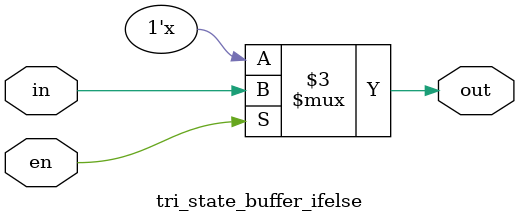
<source format=v>
    `timescale 1ns/100ps
    module tri_state_buffer_ifelse(
      input in,
      input en,
      output out);
      reg out;
      always @ (in,en) begin
        if(en)
          out = in;
        else
          out = 1'bz;
      end
    endmodule
</source>
